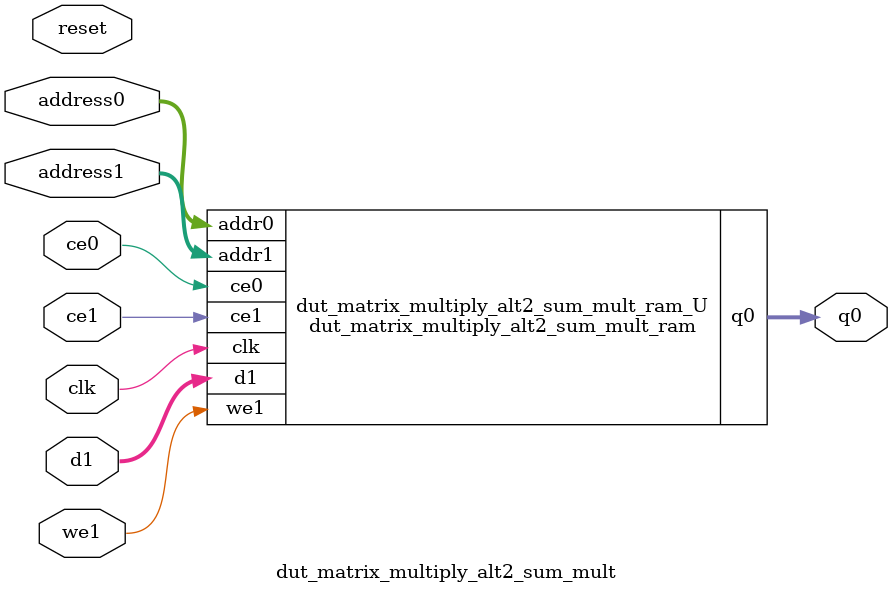
<source format=v>

`timescale 1 ns / 1 ps
module dut_matrix_multiply_alt2_sum_mult_ram (addr0, ce0, q0, addr1, ce1, d1, we1,  clk);

parameter DWIDTH = 32;
parameter AWIDTH = 12;
parameter MEM_SIZE = 4000;

input[AWIDTH-1:0] addr0;
input ce0;
output reg[DWIDTH-1:0] q0;
input[AWIDTH-1:0] addr1;
input ce1;
input[DWIDTH-1:0] d1;
input we1;
input clk;

(* ram_style = "block" *)reg [DWIDTH-1:0] ram[MEM_SIZE-1:0];




always @(posedge clk)  
begin 
    if (ce0) 
    begin
            q0 <= ram[addr0];
    end
end


always @(posedge clk)  
begin 
    if (ce1) 
    begin
        if (we1) 
        begin 
            ram[addr1] <= d1; 
        end 
    end
end


endmodule


`timescale 1 ns / 1 ps
module dut_matrix_multiply_alt2_sum_mult(
    reset,
    clk,
    address0,
    ce0,
    q0,
    address1,
    ce1,
    we1,
    d1);

parameter DataWidth = 32'd32;
parameter AddressRange = 32'd4000;
parameter AddressWidth = 32'd12;
input reset;
input clk;
input[AddressWidth - 1:0] address0;
input ce0;
output[DataWidth - 1:0] q0;
input[AddressWidth - 1:0] address1;
input ce1;
input we1;
input[DataWidth - 1:0] d1;



dut_matrix_multiply_alt2_sum_mult_ram dut_matrix_multiply_alt2_sum_mult_ram_U(
    .clk( clk ),
    .addr0( address0 ),
    .ce0( ce0 ),
    .q0( q0 ),
    .addr1( address1 ),
    .ce1( ce1 ),
    .d1( d1 ),
    .we1( we1 ));

endmodule


</source>
